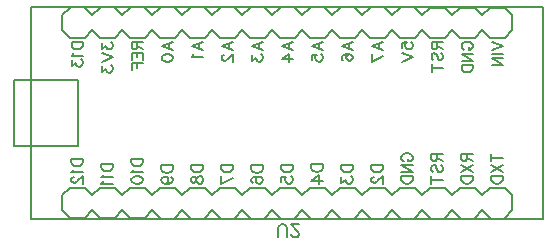
<source format=gbo>
G04 Layer: BottomSilkscreenLayer*
G04 EasyEDA v6.5.39, 2024-01-17 10:02:44*
G04 1fef0b057c1544a4ae72d55d562c7267,bea696f6f0d84e5180a10d4e04dd4222,10*
G04 Gerber Generator version 0.2*
G04 Scale: 100 percent, Rotated: No, Reflected: No *
G04 Dimensions in millimeters *
G04 leading zeros omitted , absolute positions ,4 integer and 5 decimal *
%FSLAX45Y45*%
%MOMM*%

%ADD10C,0.1524*%
%ADD11C,0.1500*%
%ADD12C,0.1520*%

%LPD*%
D10*
X2984500Y10603484D02*
G01*
X2984500Y10681462D01*
X2989579Y10696955D01*
X2999993Y10707370D01*
X3015741Y10712450D01*
X3026156Y10712450D01*
X3041650Y10707370D01*
X3052063Y10696955D01*
X3057143Y10681462D01*
X3057143Y10603484D01*
X3096768Y10629392D02*
G01*
X3096768Y10624312D01*
X3101847Y10613897D01*
X3107181Y10608563D01*
X3117595Y10603484D01*
X3138170Y10603484D01*
X3148584Y10608563D01*
X3153918Y10613897D01*
X3158997Y10624312D01*
X3158997Y10634726D01*
X3153918Y10645139D01*
X3143504Y10660634D01*
X3091434Y10712450D01*
X3164331Y10712450D01*
D11*
X1236662Y12257605D02*
G01*
X1332166Y12257605D01*
X1236662Y12257605D02*
G01*
X1236662Y12225855D01*
X1241234Y12212139D01*
X1250124Y12202995D01*
X1259268Y12198423D01*
X1272984Y12193851D01*
X1295590Y12193851D01*
X1309306Y12198423D01*
X1318450Y12202995D01*
X1327594Y12212139D01*
X1332166Y12225855D01*
X1332166Y12257605D01*
X1254696Y12163879D02*
G01*
X1250124Y12154989D01*
X1236662Y12141273D01*
X1332166Y12141273D01*
X1236662Y12102157D02*
G01*
X1236662Y12052119D01*
X1272984Y12079297D01*
X1272984Y12065835D01*
X1277556Y12056691D01*
X1282128Y12052119D01*
X1295590Y12047547D01*
X1304734Y12047547D01*
X1318450Y12052119D01*
X1327594Y12061263D01*
X1332166Y12074979D01*
X1332166Y12088441D01*
X1327594Y12102157D01*
X1323022Y12106729D01*
X1313878Y12111301D01*
X1490657Y12248466D02*
G01*
X1490657Y12198428D01*
X1526979Y12225860D01*
X1526979Y12212144D01*
X1531551Y12203000D01*
X1536123Y12198428D01*
X1549585Y12193856D01*
X1558729Y12193856D01*
X1572445Y12198428D01*
X1581589Y12207572D01*
X1586161Y12221288D01*
X1586161Y12235004D01*
X1581589Y12248466D01*
X1577017Y12253038D01*
X1567873Y12257610D01*
X1490657Y12163884D02*
G01*
X1586161Y12127562D01*
X1490657Y12091240D02*
G01*
X1586161Y12127562D01*
X1490657Y12052124D02*
G01*
X1490657Y12002086D01*
X1526979Y12029518D01*
X1526979Y12015802D01*
X1531551Y12006658D01*
X1536123Y12002086D01*
X1549585Y11997514D01*
X1558729Y11997514D01*
X1572445Y12002086D01*
X1581589Y12011230D01*
X1586161Y12024946D01*
X1586161Y12038408D01*
X1581589Y12052124D01*
X1577017Y12056696D01*
X1567873Y12061268D01*
X1744657Y12257610D02*
G01*
X1840161Y12257610D01*
X1744657Y12257610D02*
G01*
X1744657Y12216716D01*
X1749229Y12203000D01*
X1753801Y12198428D01*
X1762691Y12193856D01*
X1771835Y12193856D01*
X1780979Y12198428D01*
X1785551Y12203000D01*
X1790123Y12216716D01*
X1790123Y12257610D01*
X1790123Y12225860D02*
G01*
X1840161Y12193856D01*
X1744657Y12163884D02*
G01*
X1840161Y12163884D01*
X1744657Y12163884D02*
G01*
X1744657Y12104956D01*
X1790123Y12163884D02*
G01*
X1790123Y12127562D01*
X1840161Y12163884D02*
G01*
X1840161Y12104956D01*
X1744657Y12074984D02*
G01*
X1840161Y12074984D01*
X1744657Y12074984D02*
G01*
X1744657Y12015802D01*
X1790123Y12074984D02*
G01*
X1790123Y12038408D01*
X1998659Y12221286D02*
G01*
X2094163Y12257608D01*
X1998659Y12221286D02*
G01*
X2094163Y12184964D01*
X2062159Y12243892D02*
G01*
X2062159Y12198426D01*
X1998659Y12127560D02*
G01*
X2003231Y12141276D01*
X2016693Y12150420D01*
X2039553Y12154992D01*
X2053015Y12154992D01*
X2075875Y12150420D01*
X2089591Y12141276D01*
X2094163Y12127560D01*
X2094163Y12118416D01*
X2089591Y12104954D01*
X2075875Y12095810D01*
X2053015Y12091238D01*
X2039553Y12091238D01*
X2016693Y12095810D01*
X2003231Y12104954D01*
X1998659Y12118416D01*
X1998659Y12127560D01*
X2252657Y12221288D02*
G01*
X2348161Y12257610D01*
X2252657Y12221288D02*
G01*
X2348161Y12184966D01*
X2316157Y12243894D02*
G01*
X2316157Y12198428D01*
X2270691Y12154994D02*
G01*
X2266119Y12145850D01*
X2252657Y12132134D01*
X2348161Y12132134D01*
X2506659Y12221286D02*
G01*
X2602163Y12257608D01*
X2506659Y12221286D02*
G01*
X2602163Y12184964D01*
X2570159Y12243892D02*
G01*
X2570159Y12198426D01*
X2529265Y12150420D02*
G01*
X2524693Y12150420D01*
X2515803Y12145848D01*
X2511231Y12141276D01*
X2506659Y12132132D01*
X2506659Y12114098D01*
X2511231Y12104954D01*
X2515803Y12100382D01*
X2524693Y12095810D01*
X2533837Y12095810D01*
X2542981Y12100382D01*
X2556697Y12109526D01*
X2602163Y12154992D01*
X2602163Y12091238D01*
X2760659Y12221286D02*
G01*
X2856163Y12257608D01*
X2760659Y12221286D02*
G01*
X2856163Y12184964D01*
X2824159Y12243892D02*
G01*
X2824159Y12198426D01*
X2760659Y12145848D02*
G01*
X2760659Y12095810D01*
X2796981Y12122988D01*
X2796981Y12109526D01*
X2801553Y12100382D01*
X2806125Y12095810D01*
X2819587Y12091238D01*
X2828731Y12091238D01*
X2842447Y12095810D01*
X2851591Y12104954D01*
X2856163Y12118416D01*
X2856163Y12132132D01*
X2851591Y12145848D01*
X2847019Y12150420D01*
X2837875Y12154992D01*
X3014662Y12221283D02*
G01*
X3110166Y12257605D01*
X3014662Y12221283D02*
G01*
X3110166Y12184961D01*
X3078162Y12243889D02*
G01*
X3078162Y12198423D01*
X3014662Y12109523D02*
G01*
X3078162Y12154989D01*
X3078162Y12086663D01*
X3014662Y12109523D02*
G01*
X3110166Y12109523D01*
X3268659Y12221286D02*
G01*
X3364163Y12257608D01*
X3268659Y12221286D02*
G01*
X3364163Y12184964D01*
X3332159Y12243892D02*
G01*
X3332159Y12198426D01*
X3268659Y12100382D02*
G01*
X3268659Y12145848D01*
X3309553Y12150420D01*
X3304981Y12145848D01*
X3300409Y12132132D01*
X3300409Y12118416D01*
X3304981Y12104954D01*
X3314125Y12095810D01*
X3327587Y12091238D01*
X3336731Y12091238D01*
X3350447Y12095810D01*
X3359591Y12104954D01*
X3364163Y12118416D01*
X3364163Y12132132D01*
X3359591Y12145848D01*
X3355019Y12150420D01*
X3345875Y12154992D01*
X3522662Y12221283D02*
G01*
X3618166Y12257605D01*
X3522662Y12221283D02*
G01*
X3618166Y12184961D01*
X3586162Y12243889D02*
G01*
X3586162Y12198423D01*
X3536124Y12100379D02*
G01*
X3527234Y12104951D01*
X3522662Y12118413D01*
X3522662Y12127557D01*
X3527234Y12141273D01*
X3540696Y12150417D01*
X3563556Y12154989D01*
X3586162Y12154989D01*
X3604450Y12150417D01*
X3613594Y12141273D01*
X3618166Y12127557D01*
X3618166Y12122985D01*
X3613594Y12109523D01*
X3604450Y12100379D01*
X3590734Y12095807D01*
X3586162Y12095807D01*
X3572700Y12100379D01*
X3563556Y12109523D01*
X3558984Y12122985D01*
X3558984Y12127557D01*
X3563556Y12141273D01*
X3572700Y12150417D01*
X3586162Y12154989D01*
X3776659Y12221286D02*
G01*
X3872163Y12257608D01*
X3776659Y12221286D02*
G01*
X3872163Y12184964D01*
X3840159Y12243892D02*
G01*
X3840159Y12198426D01*
X3776659Y12091238D02*
G01*
X3872163Y12136704D01*
X3776659Y12154992D02*
G01*
X3776659Y12091238D01*
X4030659Y12202998D02*
G01*
X4030659Y12248464D01*
X4071553Y12253036D01*
X4066981Y12248464D01*
X4062409Y12235002D01*
X4062409Y12221286D01*
X4066981Y12207570D01*
X4076125Y12198426D01*
X4089587Y12193854D01*
X4098731Y12193854D01*
X4112447Y12198426D01*
X4121591Y12207570D01*
X4126163Y12221286D01*
X4126163Y12235002D01*
X4121591Y12248464D01*
X4117019Y12253036D01*
X4107875Y12257608D01*
X4030659Y12163882D02*
G01*
X4126163Y12127560D01*
X4030659Y12091238D02*
G01*
X4126163Y12127560D01*
X4284657Y12257610D02*
G01*
X4380161Y12257610D01*
X4284657Y12257610D02*
G01*
X4284657Y12216716D01*
X4289229Y12203000D01*
X4293801Y12198428D01*
X4302691Y12193856D01*
X4311835Y12193856D01*
X4320979Y12198428D01*
X4325551Y12203000D01*
X4330123Y12216716D01*
X4330123Y12257610D01*
X4330123Y12225860D02*
G01*
X4380161Y12193856D01*
X4298119Y12100384D02*
G01*
X4289229Y12109528D01*
X4284657Y12122990D01*
X4284657Y12141278D01*
X4289229Y12154994D01*
X4298119Y12163884D01*
X4307263Y12163884D01*
X4316407Y12159312D01*
X4320979Y12154994D01*
X4325551Y12145850D01*
X4334695Y12118418D01*
X4339013Y12109528D01*
X4343585Y12104956D01*
X4352729Y12100384D01*
X4366445Y12100384D01*
X4375589Y12109528D01*
X4380161Y12122990D01*
X4380161Y12141278D01*
X4375589Y12154994D01*
X4366445Y12163884D01*
X4284657Y12038408D02*
G01*
X4380161Y12038408D01*
X4284657Y12070412D02*
G01*
X4284657Y12006658D01*
X4561265Y12189536D02*
G01*
X4552121Y12193854D01*
X4543231Y12202998D01*
X4538659Y12212142D01*
X4538659Y12230430D01*
X4543231Y12239320D01*
X4552121Y12248464D01*
X4561265Y12253036D01*
X4574981Y12257608D01*
X4597587Y12257608D01*
X4611303Y12253036D01*
X4620447Y12248464D01*
X4629591Y12239320D01*
X4634163Y12230430D01*
X4634163Y12212142D01*
X4629591Y12202998D01*
X4620447Y12193854D01*
X4611303Y12189536D01*
X4597587Y12189536D01*
X4597587Y12212142D02*
G01*
X4597587Y12189536D01*
X4538659Y12159310D02*
G01*
X4634163Y12159310D01*
X4538659Y12159310D02*
G01*
X4634163Y12095810D01*
X4538659Y12095810D02*
G01*
X4634163Y12095810D01*
X4538659Y12065838D02*
G01*
X4634163Y12065838D01*
X4538659Y12065838D02*
G01*
X4538659Y12034088D01*
X4543231Y12020372D01*
X4552121Y12011228D01*
X4561265Y12006656D01*
X4574981Y12002084D01*
X4597587Y12002084D01*
X4611303Y12006656D01*
X4620447Y12011228D01*
X4629591Y12020372D01*
X4634163Y12034088D01*
X4634163Y12065838D01*
X4792662Y12257605D02*
G01*
X4888166Y12221283D01*
X4792662Y12184961D02*
G01*
X4888166Y12221283D01*
X4792662Y12154989D02*
G01*
X4888166Y12154989D01*
X4792662Y12124763D02*
G01*
X4888166Y12124763D01*
X4792662Y12124763D02*
G01*
X4888166Y12061263D01*
X4792662Y12061263D02*
G01*
X4888166Y12061263D01*
X1234658Y11268707D02*
G01*
X1330162Y11268707D01*
X1234658Y11268707D02*
G01*
X1234658Y11236957D01*
X1239230Y11223241D01*
X1248120Y11214097D01*
X1257264Y11209525D01*
X1270980Y11204953D01*
X1293586Y11204953D01*
X1307302Y11209525D01*
X1316446Y11214097D01*
X1325590Y11223241D01*
X1330162Y11236957D01*
X1330162Y11268707D01*
X1252692Y11174981D02*
G01*
X1248120Y11166091D01*
X1234658Y11152375D01*
X1330162Y11152375D01*
X1257264Y11117831D02*
G01*
X1252692Y11117831D01*
X1243802Y11113259D01*
X1239230Y11108687D01*
X1234658Y11099543D01*
X1234658Y11081509D01*
X1239230Y11072365D01*
X1243802Y11067793D01*
X1252692Y11063221D01*
X1261836Y11063221D01*
X1270980Y11067793D01*
X1284696Y11076937D01*
X1330162Y11122403D01*
X1330162Y11058649D01*
X1488655Y11227813D02*
G01*
X1584159Y11227813D01*
X1488655Y11227813D02*
G01*
X1488655Y11196063D01*
X1493227Y11182347D01*
X1502117Y11173203D01*
X1511261Y11168631D01*
X1524977Y11164059D01*
X1547583Y11164059D01*
X1561299Y11168631D01*
X1570443Y11173203D01*
X1579587Y11182347D01*
X1584159Y11196063D01*
X1584159Y11227813D01*
X1506689Y11134087D02*
G01*
X1502117Y11125197D01*
X1488655Y11111481D01*
X1584159Y11111481D01*
X1506689Y11081509D02*
G01*
X1502117Y11072365D01*
X1488655Y11058649D01*
X1584159Y11058649D01*
X1742658Y11268707D02*
G01*
X1838162Y11268707D01*
X1742658Y11268707D02*
G01*
X1742658Y11236957D01*
X1747230Y11223241D01*
X1756120Y11214097D01*
X1765264Y11209525D01*
X1778980Y11204953D01*
X1801586Y11204953D01*
X1815302Y11209525D01*
X1824446Y11214097D01*
X1833590Y11223241D01*
X1838162Y11236957D01*
X1838162Y11268707D01*
X1760692Y11174981D02*
G01*
X1756120Y11166091D01*
X1742658Y11152375D01*
X1838162Y11152375D01*
X1742658Y11094971D02*
G01*
X1747230Y11108687D01*
X1760692Y11117831D01*
X1783552Y11122403D01*
X1797014Y11122403D01*
X1819874Y11117831D01*
X1833590Y11108687D01*
X1838162Y11094971D01*
X1838162Y11086081D01*
X1833590Y11072365D01*
X1819874Y11063221D01*
X1797014Y11058649D01*
X1783552Y11058649D01*
X1760692Y11063221D01*
X1747230Y11072365D01*
X1742658Y11086081D01*
X1742658Y11094971D01*
X1996658Y11211303D02*
G01*
X2092162Y11211303D01*
X1996658Y11211303D02*
G01*
X1996658Y11179553D01*
X2001230Y11165837D01*
X2010120Y11156693D01*
X2019264Y11152121D01*
X2032980Y11147549D01*
X2055586Y11147549D01*
X2069302Y11152121D01*
X2078446Y11156693D01*
X2087590Y11165837D01*
X2092162Y11179553D01*
X2092162Y11211303D01*
X2028408Y11058649D02*
G01*
X2042124Y11063221D01*
X2051014Y11072111D01*
X2055586Y11085827D01*
X2055586Y11090399D01*
X2051014Y11104115D01*
X2042124Y11113005D01*
X2028408Y11117577D01*
X2023836Y11117577D01*
X2010120Y11113005D01*
X2001230Y11104115D01*
X1996658Y11090399D01*
X1996658Y11085827D01*
X2001230Y11072111D01*
X2010120Y11063221D01*
X2028408Y11058649D01*
X2051014Y11058649D01*
X2073874Y11063221D01*
X2087590Y11072111D01*
X2092162Y11085827D01*
X2092162Y11094971D01*
X2087590Y11108687D01*
X2078446Y11113005D01*
X2250655Y11215875D02*
G01*
X2346159Y11215875D01*
X2250655Y11215875D02*
G01*
X2250655Y11184125D01*
X2255227Y11170409D01*
X2264117Y11161265D01*
X2273261Y11156693D01*
X2286977Y11152121D01*
X2309583Y11152121D01*
X2323299Y11156693D01*
X2332443Y11161265D01*
X2341587Y11170409D01*
X2346159Y11184125D01*
X2346159Y11215875D01*
X2250655Y11099543D02*
G01*
X2255227Y11113259D01*
X2264117Y11117577D01*
X2273261Y11117577D01*
X2282405Y11113259D01*
X2286977Y11104115D01*
X2291549Y11085827D01*
X2296121Y11072365D01*
X2305011Y11063221D01*
X2314155Y11058649D01*
X2327871Y11058649D01*
X2337015Y11063221D01*
X2341587Y11067793D01*
X2346159Y11081255D01*
X2346159Y11099543D01*
X2341587Y11113259D01*
X2337015Y11117577D01*
X2327871Y11122149D01*
X2314155Y11122149D01*
X2305011Y11117577D01*
X2296121Y11108687D01*
X2291549Y11094971D01*
X2286977Y11076683D01*
X2282405Y11067793D01*
X2273261Y11063221D01*
X2264117Y11063221D01*
X2255227Y11067793D01*
X2250655Y11081255D01*
X2250655Y11099543D01*
X2504658Y11215875D02*
G01*
X2600162Y11215875D01*
X2504658Y11215875D02*
G01*
X2504658Y11184125D01*
X2509230Y11170409D01*
X2518120Y11161265D01*
X2527264Y11156693D01*
X2540980Y11152121D01*
X2563586Y11152121D01*
X2577302Y11156693D01*
X2586446Y11161265D01*
X2595590Y11170409D01*
X2600162Y11184125D01*
X2600162Y11215875D01*
X2504658Y11058649D02*
G01*
X2600162Y11104115D01*
X2504658Y11122149D02*
G01*
X2504658Y11058649D01*
X2758658Y11211303D02*
G01*
X2854162Y11211303D01*
X2758658Y11211303D02*
G01*
X2758658Y11179553D01*
X2763230Y11165837D01*
X2772120Y11156693D01*
X2781264Y11152121D01*
X2794980Y11147549D01*
X2817586Y11147549D01*
X2831302Y11152121D01*
X2840446Y11156693D01*
X2849590Y11165837D01*
X2854162Y11179553D01*
X2854162Y11211303D01*
X2772120Y11063221D02*
G01*
X2763230Y11067793D01*
X2758658Y11081255D01*
X2758658Y11090399D01*
X2763230Y11104115D01*
X2776692Y11113005D01*
X2799552Y11117577D01*
X2822158Y11117577D01*
X2840446Y11113005D01*
X2849590Y11104115D01*
X2854162Y11090399D01*
X2854162Y11085827D01*
X2849590Y11072111D01*
X2840446Y11063221D01*
X2826730Y11058649D01*
X2822158Y11058649D01*
X2808696Y11063221D01*
X2799552Y11072111D01*
X2794980Y11085827D01*
X2794980Y11090399D01*
X2799552Y11104115D01*
X2808696Y11113005D01*
X2822158Y11117577D01*
X3012655Y11215875D02*
G01*
X3108159Y11215875D01*
X3012655Y11215875D02*
G01*
X3012655Y11184125D01*
X3017227Y11170409D01*
X3026117Y11161265D01*
X3035261Y11156693D01*
X3048977Y11152121D01*
X3071583Y11152121D01*
X3085299Y11156693D01*
X3094443Y11161265D01*
X3103587Y11170409D01*
X3108159Y11184125D01*
X3108159Y11215875D01*
X3012655Y11067793D02*
G01*
X3012655Y11113259D01*
X3053549Y11117577D01*
X3048977Y11113259D01*
X3044405Y11099543D01*
X3044405Y11085827D01*
X3048977Y11072365D01*
X3058121Y11063221D01*
X3071583Y11058649D01*
X3080727Y11058649D01*
X3094443Y11063221D01*
X3103587Y11072365D01*
X3108159Y11085827D01*
X3108159Y11099543D01*
X3103587Y11113259D01*
X3099015Y11117577D01*
X3089871Y11122149D01*
X3266658Y11220447D02*
G01*
X3362162Y11220447D01*
X3266658Y11220447D02*
G01*
X3266658Y11188697D01*
X3271230Y11174981D01*
X3280120Y11165837D01*
X3289264Y11161265D01*
X3302980Y11156693D01*
X3325586Y11156693D01*
X3339302Y11161265D01*
X3348446Y11165837D01*
X3357590Y11174981D01*
X3362162Y11188697D01*
X3362162Y11220447D01*
X3266658Y11081255D02*
G01*
X3330158Y11126721D01*
X3330158Y11058649D01*
X3266658Y11081255D02*
G01*
X3362162Y11081255D01*
X3520658Y11215875D02*
G01*
X3616162Y11215875D01*
X3520658Y11215875D02*
G01*
X3520658Y11184125D01*
X3525230Y11170409D01*
X3534120Y11161265D01*
X3543264Y11156693D01*
X3556980Y11152121D01*
X3579586Y11152121D01*
X3593302Y11156693D01*
X3602446Y11161265D01*
X3611590Y11170409D01*
X3616162Y11184125D01*
X3616162Y11215875D01*
X3520658Y11113259D02*
G01*
X3520658Y11063221D01*
X3556980Y11090399D01*
X3556980Y11076683D01*
X3561552Y11067793D01*
X3566124Y11063221D01*
X3579586Y11058649D01*
X3588730Y11058649D01*
X3602446Y11063221D01*
X3611590Y11072365D01*
X3616162Y11085827D01*
X3616162Y11099543D01*
X3611590Y11113259D01*
X3607018Y11117577D01*
X3597874Y11122149D01*
X3774655Y11215875D02*
G01*
X3870159Y11215875D01*
X3774655Y11215875D02*
G01*
X3774655Y11184125D01*
X3779227Y11170409D01*
X3788117Y11161265D01*
X3797261Y11156693D01*
X3810977Y11152121D01*
X3833583Y11152121D01*
X3847299Y11156693D01*
X3856443Y11161265D01*
X3865587Y11170409D01*
X3870159Y11184125D01*
X3870159Y11215875D01*
X3797261Y11117577D02*
G01*
X3792689Y11117577D01*
X3783799Y11113259D01*
X3779227Y11108687D01*
X3774655Y11099543D01*
X3774655Y11081255D01*
X3779227Y11072365D01*
X3783799Y11067793D01*
X3792689Y11063221D01*
X3801833Y11063221D01*
X3810977Y11067793D01*
X3824693Y11076683D01*
X3870159Y11122149D01*
X3870159Y11058649D01*
X4051264Y11246101D02*
G01*
X4042120Y11250419D01*
X4033230Y11259563D01*
X4028658Y11268707D01*
X4028658Y11286995D01*
X4033230Y11295885D01*
X4042120Y11305029D01*
X4051264Y11309601D01*
X4064980Y11314173D01*
X4087586Y11314173D01*
X4101302Y11309601D01*
X4110446Y11305029D01*
X4119590Y11295885D01*
X4124162Y11286995D01*
X4124162Y11268707D01*
X4119590Y11259563D01*
X4110446Y11250419D01*
X4101302Y11246101D01*
X4087586Y11246101D01*
X4087586Y11268707D02*
G01*
X4087586Y11246101D01*
X4028658Y11215875D02*
G01*
X4124162Y11215875D01*
X4028658Y11215875D02*
G01*
X4124162Y11152375D01*
X4028658Y11152375D02*
G01*
X4124162Y11152375D01*
X4028658Y11122403D02*
G01*
X4124162Y11122403D01*
X4028658Y11122403D02*
G01*
X4028658Y11090653D01*
X4033230Y11076937D01*
X4042120Y11067793D01*
X4051264Y11063221D01*
X4064980Y11058649D01*
X4087586Y11058649D01*
X4101302Y11063221D01*
X4110446Y11067793D01*
X4119590Y11076937D01*
X4124162Y11090653D01*
X4124162Y11122403D01*
X4282658Y11309601D02*
G01*
X4378162Y11309601D01*
X4282658Y11309601D02*
G01*
X4282658Y11268707D01*
X4287230Y11254991D01*
X4291802Y11250419D01*
X4300692Y11245847D01*
X4309836Y11245847D01*
X4318980Y11250419D01*
X4323552Y11254991D01*
X4328124Y11268707D01*
X4328124Y11309601D01*
X4328124Y11277851D02*
G01*
X4378162Y11245847D01*
X4296120Y11152375D02*
G01*
X4287230Y11161519D01*
X4282658Y11174981D01*
X4282658Y11193269D01*
X4287230Y11206985D01*
X4296120Y11215875D01*
X4305264Y11215875D01*
X4314408Y11211303D01*
X4318980Y11206985D01*
X4323552Y11197841D01*
X4332696Y11170409D01*
X4337014Y11161519D01*
X4341586Y11156947D01*
X4350730Y11152375D01*
X4364446Y11152375D01*
X4373590Y11161519D01*
X4378162Y11174981D01*
X4378162Y11193269D01*
X4373590Y11206985D01*
X4364446Y11215875D01*
X4282658Y11090399D02*
G01*
X4378162Y11090399D01*
X4282658Y11122403D02*
G01*
X4282658Y11058649D01*
X4536655Y11309601D02*
G01*
X4632159Y11309601D01*
X4536655Y11309601D02*
G01*
X4536655Y11268707D01*
X4541227Y11254991D01*
X4545799Y11250419D01*
X4554689Y11245847D01*
X4563833Y11245847D01*
X4572977Y11250419D01*
X4577549Y11254991D01*
X4582121Y11268707D01*
X4582121Y11309601D01*
X4582121Y11277851D02*
G01*
X4632159Y11245847D01*
X4536655Y11215875D02*
G01*
X4632159Y11152375D01*
X4536655Y11152375D02*
G01*
X4632159Y11215875D01*
X4536655Y11122403D02*
G01*
X4632159Y11122403D01*
X4536655Y11122403D02*
G01*
X4536655Y11090399D01*
X4541227Y11076937D01*
X4550117Y11067793D01*
X4559261Y11063221D01*
X4572977Y11058649D01*
X4595583Y11058649D01*
X4609299Y11063221D01*
X4618443Y11067793D01*
X4627587Y11076937D01*
X4632159Y11090399D01*
X4632159Y11122403D01*
X4790658Y11277851D02*
G01*
X4886162Y11277851D01*
X4790658Y11309601D02*
G01*
X4790658Y11245847D01*
X4790658Y11215875D02*
G01*
X4886162Y11152375D01*
X4790658Y11152375D02*
G01*
X4886162Y11215875D01*
X4790658Y11122403D02*
G01*
X4886162Y11122403D01*
X4790658Y11122403D02*
G01*
X4790658Y11090399D01*
X4795230Y11076937D01*
X4804120Y11067793D01*
X4813264Y11063221D01*
X4826980Y11058649D01*
X4849586Y11058649D01*
X4863302Y11063221D01*
X4872446Y11067793D01*
X4881590Y11076937D01*
X4886162Y11090399D01*
X4886162Y11122403D01*
D12*
X3378159Y12547539D02*
G01*
X3441659Y12484039D01*
X3505159Y12547539D01*
X1219174Y12293551D02*
G01*
X1155674Y12357051D01*
X1155674Y12484051D01*
X1219174Y12547551D01*
X1473174Y12293551D02*
G01*
X1409674Y12357051D01*
X1346174Y12293551D01*
X1727174Y12293551D02*
G01*
X1663674Y12357051D01*
X1600174Y12293551D01*
X1981128Y12293551D02*
G01*
X1917651Y12357051D01*
X1854151Y12293551D01*
X2235123Y12293551D02*
G01*
X2171623Y12357051D01*
X2108123Y12293551D01*
X2489123Y12293551D02*
G01*
X2425623Y12357051D01*
X2362123Y12293551D01*
X2743123Y12293551D02*
G01*
X2679623Y12357051D01*
X2616123Y12293551D01*
X2997123Y12293551D02*
G01*
X2933623Y12357051D01*
X2870123Y12293551D01*
X3251123Y12293551D02*
G01*
X3187623Y12357051D01*
X3124123Y12293551D01*
X3505123Y12293551D02*
G01*
X3441623Y12357051D01*
X3378123Y12293551D01*
X3759123Y12293551D02*
G01*
X3695623Y12357051D01*
X3632123Y12293551D01*
X4013123Y12293551D02*
G01*
X3949623Y12357051D01*
X3886123Y12293551D01*
X4267151Y12293551D02*
G01*
X4203628Y12357051D01*
X4140123Y12293551D01*
X4521159Y12293551D02*
G01*
X4457659Y12357051D01*
X4394159Y12293551D01*
X4775159Y12293551D02*
G01*
X4711659Y12357051D01*
X4648159Y12293551D01*
X4902159Y12547551D02*
G01*
X4965659Y12484051D01*
X4965659Y12357051D01*
X4902159Y12293551D01*
X4648159Y12547551D02*
G01*
X4711659Y12484051D01*
X4775159Y12547551D01*
X4394159Y12547551D02*
G01*
X4457659Y12484051D01*
X4521159Y12547551D01*
X4140123Y12547551D02*
G01*
X4203628Y12484051D01*
X4267151Y12547551D01*
X1854151Y12547551D02*
G01*
X1917651Y12484051D01*
X1981128Y12547551D01*
X1346174Y12547551D02*
G01*
X1409674Y12484051D01*
X1473174Y12547551D01*
X1600174Y12547551D02*
G01*
X1663674Y12484051D01*
X1727174Y12547551D01*
X2108123Y12547551D02*
G01*
X2171623Y12484051D01*
X2235123Y12547551D01*
X2362123Y12547551D02*
G01*
X2425623Y12484051D01*
X2489123Y12547551D01*
X2616123Y12547551D02*
G01*
X2679623Y12484051D01*
X2743123Y12547551D01*
X2870123Y12547551D02*
G01*
X2933623Y12484051D01*
X2997123Y12547551D01*
X3124123Y12547551D02*
G01*
X3187623Y12484051D01*
X3251123Y12547551D01*
X3632123Y12547551D02*
G01*
X3695623Y12484051D01*
X3759123Y12547551D01*
X3886123Y12547551D02*
G01*
X3949623Y12484051D01*
X4013123Y12547551D01*
X4140123Y12547551D02*
G01*
X4203628Y12484051D01*
X4267151Y12547551D01*
X4394159Y12547551D01*
X4457659Y12484051D01*
X4521159Y12547551D01*
X4648159Y12547551D01*
X4711659Y12484051D01*
X4775159Y12547551D01*
X4902159Y12547551D01*
X4965659Y12484051D01*
X4965659Y12357051D01*
X4902159Y12293551D01*
X4775159Y12293551D01*
X4711659Y12357051D01*
X4648159Y12293551D01*
X4521159Y12293551D01*
X4457659Y12357051D01*
X4394159Y12293551D01*
X4267151Y12293551D01*
X4203628Y12357051D01*
X4140123Y12293551D01*
X4013123Y12293551D01*
X3949623Y12357051D01*
X3886123Y12293551D01*
X3759123Y12293551D01*
X3695623Y12357051D01*
X3632123Y12293551D01*
X3505123Y12293551D01*
X3441623Y12357051D01*
X3378123Y12293551D01*
X3251123Y12293551D01*
X3187623Y12357051D01*
X3124123Y12293551D01*
X2997123Y12293551D01*
X2933623Y12357051D01*
X2870123Y12293551D01*
X2743123Y12293551D01*
X2679623Y12357051D01*
X2616123Y12293551D01*
X2489123Y12293551D01*
X2425623Y12357051D01*
X2362123Y12293551D01*
X2235123Y12293551D01*
X2171623Y12357051D01*
X2108123Y12293551D01*
X1981128Y12293551D01*
X1917651Y12357051D01*
X1854151Y12293551D01*
X1727174Y12293551D01*
X1663674Y12357051D01*
X1600174Y12293551D01*
X1473174Y12293551D01*
X1409674Y12357051D01*
X1346174Y12293551D01*
X1219174Y12293551D01*
X1155674Y12357051D01*
X1155674Y12484051D01*
X1219174Y12547551D01*
X2743225Y10769643D02*
G01*
X2679725Y10833143D01*
X2616225Y10769643D01*
X1981266Y10769633D02*
G01*
X1917763Y10833133D01*
X1854238Y10769633D01*
X1727225Y10769633D01*
X1663725Y10833133D01*
X1600225Y10769633D01*
X1473225Y10769633D01*
X1409725Y10833133D01*
X1346225Y10769633D01*
X1219225Y10769633D01*
X1155725Y10833133D01*
X1155725Y10960133D01*
X1219225Y11023633D01*
X1346225Y11023633D01*
X1409725Y10960133D01*
X1473225Y11023633D01*
X1600225Y11023633D01*
X1663725Y10960133D01*
X1727225Y11023633D01*
X1854238Y11023633D01*
X1917763Y10960133D01*
X1981266Y11023633D01*
X2108266Y11023633D01*
X2171766Y10960133D01*
X2235266Y11023633D01*
X2362266Y11023633D01*
X2425766Y10960133D01*
X2489266Y11023633D01*
X2616266Y11023633D01*
X2679766Y10960133D01*
X2743266Y11023633D01*
X2870266Y11023633D01*
X2933766Y10960133D01*
X2997266Y11023633D01*
X3124266Y11023633D01*
X3187766Y10960133D01*
X3251266Y11023633D01*
X3378266Y11023633D01*
X3441766Y10960133D01*
X3505266Y11023633D01*
X3632266Y11023633D01*
X3695766Y10960133D01*
X3759266Y11023633D01*
X3886266Y11023633D01*
X3949766Y10960133D01*
X4013266Y11023633D01*
X4140260Y11023633D01*
X4203738Y10960133D01*
X4267238Y11023633D01*
X4394215Y11023633D01*
X4457715Y10960133D01*
X4521215Y11023633D01*
X4648215Y11023633D01*
X4711715Y10960133D01*
X4775215Y11023633D01*
X4902215Y11023633D01*
X4965715Y10960133D01*
X4965715Y10833133D01*
X4902215Y10769633D01*
X4267238Y10769633D02*
G01*
X4203738Y10833133D01*
X4140260Y10769633D01*
X4775215Y10769633D02*
G01*
X4711715Y10833133D01*
X4648215Y10769633D01*
X4521215Y10769633D02*
G01*
X4457715Y10833133D01*
X4394215Y10769633D01*
X4013266Y10769633D02*
G01*
X3949766Y10833133D01*
X3886266Y10769633D01*
X3759266Y10769633D02*
G01*
X3695766Y10833133D01*
X3632266Y10769633D01*
X3505266Y10769633D02*
G01*
X3441766Y10833133D01*
X3378266Y10769633D01*
X3251266Y10769633D02*
G01*
X3187766Y10833133D01*
X3124266Y10769633D01*
X2997266Y10769633D02*
G01*
X2933766Y10833133D01*
X2870266Y10769633D01*
X2489266Y10769633D02*
G01*
X2425766Y10833133D01*
X2362266Y10769633D01*
X2235266Y10769633D02*
G01*
X2171766Y10833133D01*
X2108266Y10769633D01*
X1290320Y11379200D02*
G01*
X1290320Y11404589D01*
X901700Y11379200D02*
G01*
X749300Y11379200D01*
X749300Y11938000D01*
X1290320Y11938000D01*
X1290320Y11917095D01*
X901700Y11379200D02*
G01*
X1290320Y11379200D01*
X1290320Y11404589D02*
G01*
X1290320Y11912600D01*
D10*
X894079Y10761982D02*
G01*
X5227312Y10761982D01*
X5227312Y12555220D01*
X894079Y12555220D01*
X894079Y10761982D01*
M02*

</source>
